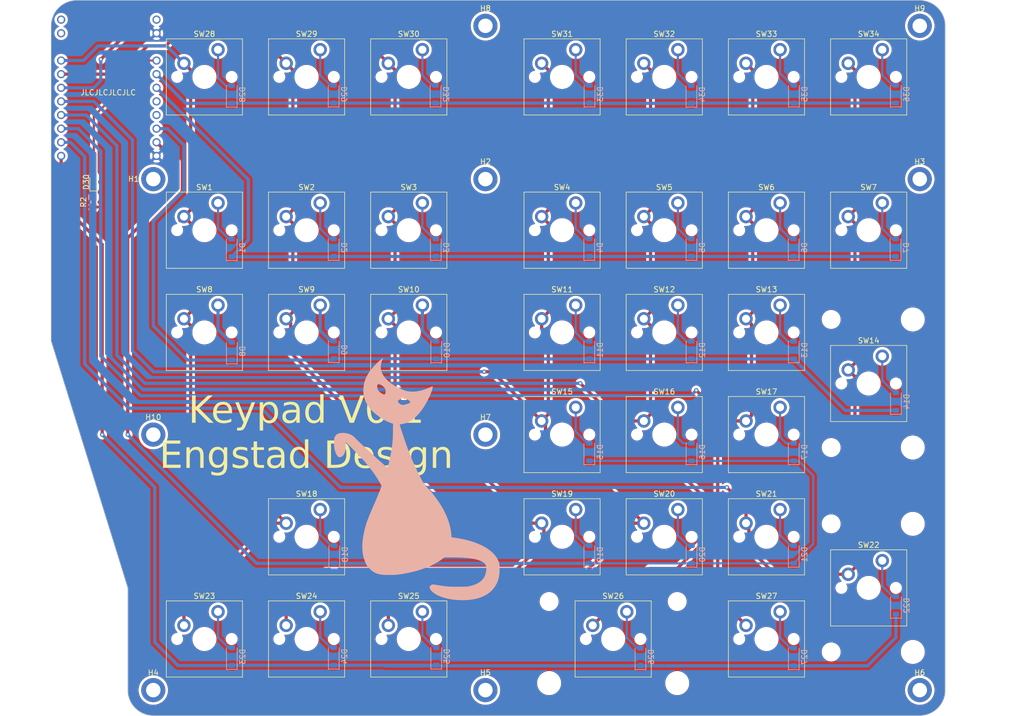
<source format=kicad_pcb>
(kicad_pcb (version 20221018) (generator pcbnew)
  (layers (0 "F.Cu" signal) (31 "B.Cu" signal) (34 "B.Paste" user) (35 "F.Paste" user) (36 "B.SilkS" user "B.Silkscreen") (37 "F.SilkS" user "F.Silkscreen") (38 "B.Mask" user) (39 "F.Mask" user) (44 "Edge.Cuts" user))
  (net 0 "")
  (net 1 "ROW0")
  (net 2 "Net-(D3-A)")
  (net 3 "Net-(D4-A)")
  (net 4 "ROW1")
  (net 5 "Net-(D5-A)")
  (net 6 "Net-(D6-A)")
  (net 7 "Net-(D7-A)")
  (net 8 "ROW2")
  (net 9 "Net-(D10-A)")
  (net 10 "Net-(D11-A)")
  (net 11 "Net-(D12-A)")
  (net 12 "ROW3")
  (net 13 "Net-(D13-A)")
  (net 14 "Net-(D14-A)")
  (net 15 "Net-(D15-A)")
  (net 16 "Net-(D17-A)")
  (net 17 "COL0")
  (net 18 "COL1")
  (net 19 "COL2")
  (net 20 "COL3")
  (net 21 "Net-(D16-A)")
  (net 22 "Net-(D18-A)")
  (net 23 "Net-(D19-A)")
  (net 24 "Net-(D20-A)")
  (net 25 "Net-(D21-A)")
  (net 26 "Net-(D22-A)")
  (net 27 "Net-(D23-A)")
  (net 28 "Net-(D24-A)")
  (net 29 "Net-(D25-A)")
  (net 30 "Net-(D26-A)")
  (net 31 "Net-(D27-A)")
  (net 32 "COL4")
  (net 33 "COL5")
  (net 34 "COL6")
  (net 35 "Net-(D28-A)")
  (net 40 "GND")
  (net 42 "+3V3")
  (net 43 "Net-(D29-A)")
  (net 44 "Net-(D30-K)")
  (net 45 "Net-(D8-A)")
  (net 46 "Net-(D9-A)")
  (net 47 "Net-(D2-A)")
  (net 48 "Net-(D1-A)")
  (net 49 "ROW4")
  (net 50 "Net-(D32-A)")
  (net 51 "Net-(D33-A)")
  (net 52 "Net-(D34-A)")
  (net 53 "Net-(D35-A)")
  (net 54 "Net-(D36-A)")
  (footprint "PCM_Switch_Keyboard_Cherry_MX:SW_Cherry_MX_PCB_1.00u" (layer "F.Cu") (at 161.9125 104.76)
    (fp_text reference "SW15")
    (fp_text value "~")
  )
  (footprint "PCM_Switch_Keyboard_Cherry_MX:SW_Cherry_MX_PCB_1.00u" (layer "F.Cu") (at 180.9625 38.085)
    (fp_text reference "SW32")
    (fp_text value "~")
  )
  (footprint "PCM_Switch_Keyboard_Cherry_MX:SW_Cherry_MX_PCB_1.00u" (layer "F.Cu") (at 180.9625 66.66)
    (fp_text reference "SW5")
    (fp_text value "~")
  )
  (footprint "PCM_Switch_Keyboard_Cherry_MX:SW_Cherry_MX_PCB_1.00u" (layer "F.Cu") (at 200.0125 142.86)
    (fp_text reference "SW27")
    (fp_text value "~")
  )
  (footprint "PCM_Switch_Keyboard_Cherry_MX:SW_Cherry_MX_PCB_1.00u" (layer "F.Cu") (at 95.2375 66.66)
    (fp_text reference "SW1")
    (fp_text value "~")
  )
  (footprint "MountingHole:MountingHole_2.7mm_M2.5_ISO7380_Pad" (layer "F.Cu") (at 85.7125 152.385)
    (fp_text reference "H4")
    (fp_text value "MountingHole")
  )
  (footprint "PCM_Switch_Keyboard_Cherry_MX:SW_Cherry_MX_PCB_1.00u" (layer "F.Cu") (at 95.2375 85.71)
    (fp_text reference "SW8")
    (fp_text value "~")
  )
  (footprint "MountingHole:MountingHole_2.7mm_M2.5_ISO7380_Pad" (layer "F.Cu") (at 228.5875 57.135)
    (fp_text reference "H3")
    (fp_text value "MountingHole")
  )
  (footprint "PCM_Switch_Keyboard_Cherry_MX:SW_Cherry_MX_PCB_1.00u" (layer "F.Cu") (at 161.9125 66.66)
    (fp_text reference "SW4")
    (fp_text value "~")
  )
  (footprint "PCM_Mounting_Keyboard_Stabilizer:Stabilizer_Cherry_MX_2.00u" (layer "F.Cu") (at 219.0625 133.335 90)
    (fp_text reference "ST2" hide)
    (fp_text value "Stabilizer")
  )
  (footprint "PCM_Switch_Keyboard_Cherry_MX:SW_Cherry_MX_PCB_1.00u" (layer "F.Cu") (at 133.3375 85.71)
    (fp_text reference "SW10")
    (fp_text value "~")
  )
  (footprint "MountingHole:MountingHole_2.7mm_M2.5_ISO7380_Pad" (layer "F.Cu") (at 228.5875 28.5625)
    (fp_text reference "H9")
    (fp_text value "MountingHole")
  )
  (footprint "MountingHole:MountingHole_2.7mm_M2.5_ISO7380_Pad" (layer "F.Cu") (at 228.5875 152.385)
    (fp_text reference "H6")
    (fp_text value "MountingHole")
  )
  (footprint "PCM_Switch_Keyboard_Cherry_MX:SW_Cherry_MX_PCB_1.00u" (layer "F.Cu") (at 180.9625 104.76)
    (fp_text reference "SW16")
    (fp_text value "~")
  )
  (footprint "MountingHole:MountingHole_2.7mm_M2.5_ISO7380_Pad" (layer "F.Cu") (at 85.7125 57.135)
    (fp_text reference "H1")
    (fp_text value "MountingHole")
  )
  (footprint "PCM_Switch_Keyboard_Cherry_MX:SW_Cherry_MX_PCB_1.00u" (layer "F.Cu") (at 161.9125 123.81)
    (fp_text reference "SW19")
    (fp_text value "~")
  )
  (footprint "MountingHole:MountingHole_2.7mm_M2.5_ISO7380_Pad" (layer "F.Cu") (at 147.625 104.7625)
    (fp_text reference "H7")
    (fp_text value "MountingHole")
  )
  (footprint "PCM_Mounting_Keyboard_Stabilizer:Stabilizer_Cherry_MX_2.00u" (layer "F.Cu") (at 171.4375 142.86)
    (fp_text reference "ST3" hide)
    (fp_text value "Stabilizer")
  )
  (footprint "PCM_Switch_Keyboard_Cherry_MX:SW_Cherry_MX_PCB_1.00u" (layer "F.Cu") (at 180.9625 85.71)
    (fp_text reference "SW12")
    (fp_text value "~")
  )
  (footprint "PCM_Switch_Keyboard_Cherry_MX:SW_Cherry_MX_PCB_1.00u" (layer "F.Cu") (at 133.3375 66.66)
    (fp_text reference "SW3")
    (fp_text value "~")
  )
  (footprint "LED_SMD:LED_0603_1608Metric_Pad1.05x0.95mm_HandSolder" (layer "F.Cu") (at 74.625 57.685 90)
    (fp_text reference "D30")
    (fp_text value "LED")
  )
  (footprint "PCM_Switch_Keyboard_Cherry_MX:SW_Cherry_MX_PCB_2.00u_90deg" (layer "F.Cu") (at 219.0625 95.235)
    (fp_text reference "SW14")
    (fp_text value "~")
  )
  (footprint "PCM_Switch_Keyboard_Cherry_MX:SW_Cherry_MX_PCB_1.00u" (layer "F.Cu") (at 114.2875 123.81)
    (fp_text reference "SW18")
    (fp_text value "~")
  )
  (footprint "PCM_Switch_Keyboard_Cherry_MX:SW_Cherry_MX_PCB_1.00u" (layer "F.Cu") (at 200.0125 66.66)
    (fp_text reference "SW6")
    (fp_text value "~")
  )
  (footprint "PCM_Switch_Keyboard_Cherry_MX:SW_Cherry_MX_PCB_1.00u" (layer "F.Cu") (at 114.2875 142.86)
    (fp_text reference "SW24")
    (fp_text value "~")
  )
  (footprint "PCM_Switch_Keyboard_Cherry_MX:SW_Cherry_MX_PCB_1.00u" (layer "F.Cu") (at 114.2875 66.66)
    (fp_text reference "SW2")
    (fp_text value "~")
  )
  (footprint "PCM_Switch_Keyboard_Cherry_MX:SW_Cherry_MX_PCB_1.00u" (layer "F.Cu") (at 114.2875 38.085)
    (fp_text reference "SW29")
    (fp_text value "~")
  )
  (footprint "PCM_Switch_Keyboard_Cherry_MX:SW_Cherry_MX_PCB_1.00u" (layer "F.Cu") (at 95.2375 142.86)
    (fp_text reference "SW23")
    (fp_text value "~")
  )
  (footprint "PCM_Switch_Keyboard_Cherry_MX:SW_Cherry_MX_PCB_1.00u" (layer "F.Cu") (at 200.0125 123.81)
    (fp_text reference "SW21")
    (fp_text value "~")
  )
  (footprint "PCM_Switch_Keyboard_Cherry_MX:SW_Cherry_MX_PCB_1.00u" (layer "F.Cu") (at 114.2875 85.71)
    (fp_text reference "SW9")
    (fp_text value "~")
  )
  (footprint "MountingHole:MountingHole_2.7mm_M2.5_ISO7380_Pad" (layer "F.Cu") (at 85.7125 104.7625)
    (fp_text reference "H10")
    (fp_text value "MountingHole")
  )
  (footprint "PCM_Switch_Keyboard_Cherry_MX:SW_Cherry_MX_PCB_1.00u" (layer "F.Cu") (at 200.0125 85.71)
    (fp_text reference "SW13")
    (fp_text value "~")
  )
  (footprint "PCM_Switch_Keyboard_Cherry_MX:SW_Cherry_MX_PCB_1.00u" (layer "F.Cu") (at 200.0125 104.76)
    (fp_text reference "SW17")
    (fp_text value "~")
  )
  (footprint "PCM_Switch_Keyboard_Cherry_MX:SW_Cherry_MX_PCB_2.00u" (layer "F.Cu") (at 171.4375 142.86)
    (fp_text reference "SW26")
    (fp_text value "~")
  )
  (footprint "MountingHole:MountingHole_2.7mm_M2.5_ISO7380_Pad" (layer "F.Cu") (at 147.625 57.135)
    (fp_text reference "H2")
    (fp_text value "MountingHole")
  )
  (footprint "MountingHole:MountingHole_2.7mm_M2.5_ISO7380_Pad" (layer "F.Cu") (at 147.625 28.5625)
    (fp_text reference "H8")
    (fp_text value "MountingHole")
  )
  (footprint "PCM_Switch_Keyboard_Cherry_MX:SW_Cherry_MX_PCB_2.00u_90deg" (layer "F.Cu") (at 219.0625 133.335)
    (fp_text reference "SW22")
    (fp_text value "~")
  )
  (footprint "PCM_Switch_Keyboard_Cherry_MX:SW_Cherry_MX_PCB_1.00u" (layer "F.Cu") (at 161.9125 85.71)
    (fp_text reference "SW11")
    (fp_text value "~")
  )
  (footprint "PCM_Switch_Keyboard_Cherry_MX:SW_Cherry_MX_PCB_1.00u" (layer "F.Cu") (at 219.0625 66.66)
    (fp_text reference "SW7")
    (fp_text value "~")
  )
  (footprint "PCM_Switch_Keyboard_Cherry_MX:SW_Cherry_MX_PCB_1.00u" (layer "F.Cu") (at 180.9625 123.81)
    (fp_text reference "SW20")
    (fp_text value "~")
  )
  (footprint "PCM_Switch_Keyboard_Cherry_MX:SW_Cherry_MX_PCB_1.00u" (layer "F.Cu") (at 200.0125 38.085)
    (fp_text reference "SW33")
    (fp_text value "~")
  )
  (footprint "PCM_Switch_Keyboard_Cherry_MX:SW_Cherry_MX_PCB_1.00u" (layer "F.Cu") (at 133.3375 38.085)
    (fp_text reference "SW30")
    (fp_text value "~")
  )
  (footprint "Engstad:STM32F042-Tiny" (layer "F.Cu") (at 77.425 40.11 -90)
    (fp_text reference "U1" hide)
    (fp_text value "STM32F042-Tiny-0.1" hide)
  )
  (footprint "Resistor_SMD:R_0603_1608Metric_Pad0.98x0.95mm_HandSolder" (layer "F.Cu") (at 74.6 61.43 -90)
    (fp_text reference "R2")
    (fp_text value "330" hide)
  )
  (footprint "MountingHole:MountingHole_2.7mm_M2.5_ISO7380_Pad" (layer "F.Cu") (at 147.625 152.385)
    (fp_text reference "H5")
    (fp_text value "MountingHole")
  )
  (footprint "PCM_Switch_Keyboard_Cherry_MX:SW_Cherry_MX_PCB_1.00u" (layer "F.Cu") (at 161.9125 38.085)
    (fp_text reference "SW31")
    (fp_text value "~")
  )
  (footprint "PCM_Switch_Keyboard_Cherry_MX:SW_Cherry_MX_PCB_1.00u" (layer "F.Cu") (at 133.3375 142.86)
    (fp_text reference "SW25")
    (fp_text value "~")
  )
  (footprint "PCM_Switch_Keyboard_Cherry_MX:SW_Cherry_MX_PCB_1.00u" (layer "F.Cu") (at 95.2375 38.085)
    (fp_text reference "SW28")
    (fp_text value "~")
  )
  (footprint "PCM_Mounting_Keyboard_Stabilizer:Stabilizer_Cherry_MX_2.00u" (layer "F.Cu") (at 219.0625 95.235 90)
    (fp_text reference "ST1" hide)
    (fp_text value "Stabilizer")
  )
  (footprint "PCM_Switch_Keyboard_Cherry_MX:SW_Cherry_MX_PCB_1.00u" (layer "F.Cu") (at 219.0625 38.085)
    (fp_text reference "SW34")
    (fp_text value "~")
  )
  (footprint "Diode_SMD:D_SOD-123" (layer "B.Cu") (at 186.025 69.91 90)
    (fp_text reference "D5")
    (fp_text value "~")
  )
  (footprint "Diode_SMD:D_SOD-123" (layer "B.Cu") (at 205.0925 146.21 90)
    (fp_text reference "D27")
    (fp_text value "~")
  )
  (footprint "Diode_SMD:D_SOD-123" (layer "B.Cu") (at 176.5175 146.21 90)
    (fp_text reference "D26")
    (fp_text value "~")
  )
  (footprint "Diode_SMD:D_SOD-123" (layer "B.Cu") (at 100.325 69.96 90)
    (fp_text reference "D1")
    (fp_text value "~")
  )
  (footprint "Diode_SMD:D_SOD-123" (layer "B.Cu") (at 100.35 89.21 90)
    (fp_text reference "D8")
    (fp_text value "~")
  )
  (footprint "Diode_SMD:D_SOD-123" (layer "B.Cu") (at 166.9925 108.01 90)
    (fp_text reference "D15")
    (fp_text value "~")
  )
  (footprint "Diode_SMD:D_SOD-123" (layer "B.Cu") (at 205.0925 89.01 90)
    (fp_text reference "D13")
    (fp_text value "~")
  )
  (footprint "Diode_SMD:D_SOD-123" (layer "B.Cu") (at 186.0425 89.01 90)
    (fp_text reference "D12")
    (fp_text value "~")
  )
  (footprint "Diode_SMD:D_SOD-123" (layer "B.Cu") (at 119.35 88.96 90)
    (fp_text reference "D9")
    (fp_text value "~")
  )
  (footprint "Diode_SMD:D_SOD-123" (layer "B.Cu") (at 119.325 69.91 90)
    (fp_text reference "D2")
    (fp_text value "~")
  )
  (footprint "Diode_SMD:D_SOD-123" (layer "B.Cu") (at 224.1425 136.61 90)
    (fp_text reference "D22")
    (fp_text value "~")
  )
  (footprint "Diode_SMD:D_SOD-123" (layer "B.Cu") (at 138.375 69.91 90)
    (fp_text reference "D3")
    (fp_text value "~")
  )
  (footprint "Diode_SMD:D_SOD-123" (layer "B.Cu") (at 166.9925 89.01 90)
    (fp_text reference "D11")
    (fp_text value "~")
  )
  (footprint "Diode_SMD:D_SOD-123" (layer "B.Cu") (at 119.325 41.31 90)
    (fp_text reference "D29")
    (fp_text value "~")
  )
  (footprint "Diode_SMD:D_SOD-123" (layer "B.Cu") (at 100.35 146.16 90)
    (fp_text reference "D23")
    (fp_text value "~")
  )
  (footprint "Diode_SMD:D_SOD-123" (layer "B.Cu") (at 100.325 41.36 90)
    (fp_text reference "D28")
    (fp_text value "~")
  )
  (footprint "Diode_SMD:D_SOD-123" (layer "B.Cu") (at 205.0925 127.11 90)
    (fp_text reference "D21")
    (fp_text value "~")
  )
  (footprint "Diode_SMD:D_SOD-123" (layer "B.Cu") (at 205.0925 108.01 90)
    (fp_text reference "D17")
    (fp_text value "~")
  )
  (footprint "Diode_SMD:D_SOD-123" (layer "B.Cu") (at 138.45 146.11 90)
    (fp_text reference "D25")
    (fp_text value "~")
  )
  (footprint "Diode_SMD:D_SOD-123" (layer "B.Cu") (at 186.025 41.36 90)
    (fp_text reference "D34")
    (fp_text value "~")
  )
  (footprint "Diode_SMD:D_SOD-123" (layer "B.Cu") (at 224.125 41.31 90)
    (fp_text reference "D36")
    (fp_text value "~")
  )
  (footprint "Diode_SMD:D_SOD-123" (layer "B.Cu") (at 205.075 69.91 90)
    (fp_text reference "D6")
    (fp_text value "~")
  )
  (footprint "Diode_SMD:D_SOD-123" (layer "B.Cu") (at 138.45 89.01 90)
    (fp_text reference "D10")
    (fp_text value "~")
  )
  (footprint "Diode_SMD:D_SOD-123" (layer "B.Cu") (at 224.1425 98.61 90)
    (fp_text reference "D14")
    (fp_text value "~")
  )
  (footprint "Diode_SMD:D_SOD-123" (layer "B.Cu") (at 186.0425 127.11 90)
    (fp_text reference "D20")
    (fp_text value "~")
  )
  (footprint "Diode_SMD:D_SOD-123" (layer "B.Cu") (at 205.125 41.31 90)
    (fp_text reference "D35")
    (fp_text value "~")
  )
  (footprint "Diode_SMD:D_SOD-123" (layer "B.Cu") (at 166.9925 127.11 90)
    (fp_text reference "D19")
    (fp_text value "~")
  )
  (footprint "Diode_SMD:D_SOD-123" (layer "B.Cu") (at 119.45 127.11 90)
    (fp_text reference "D18")
    (fp_text value "~")
  )
  (footprint "Diode_SMD:D_SOD-123" (layer "B.Cu") (at 138.325 41.31 90)
    (fp_text reference "D32")
    (fp_text value "~")
  )
  (footprint "Diode_SMD:D_SOD-123" (layer "B.Cu") (at 224.075 69.91 90)
    (fp_text reference "D7")
    (fp_text value "~")
  )
  (footprint "Diode_SMD:D_SOD-123" (layer "B.Cu") (at 119.35 146.11 90)
    (fp_text reference "D24")
    (fp_text value "~")
  )
  (footprint "Diode_SMD:D_SOD-123" (layer "B.Cu") (at 166.975 69.91 90)
    (fp_text reference "D4")
    (fp_text value "~")
  )
  (footprint "Diode_SMD:D_SOD-123" (layer "B.Cu") (at 167.025 41.31 90)
    (fp_text reference "D33")
    (fp_text value "~")
  )
  (footprint "Diode_SMD:D_SOD-123" (layer "B.Cu") (at 186.0425 108.01 90)
    (fp_text reference "D16")
    (fp_text value "~")
  )
  (gr_poly (pts (xy 128.575 90.4725) (xy 128.576373 90.473535) (xy 128.577349 90.475239) (xy 128.577934 90.477595) (xy 128.577965 90.484197) (xy 128.576528 90.493208) (xy 128.573686 90.504493) (xy 128.5695 90.517916) (xy 128.557346 90.550645) (xy 128.540561 90.590319) (xy 128.519643 90.635863) (xy 128.495086 90.686202) (xy 128.467387 90.740262) (xy 128.420097 90.836075) (xy 128.376134 90.932953) (xy 128.33552 91.030802) (xy 128.298275 91.12953) (xy 128.26442 91.229043) (xy 128.233976 91.329249) (xy 128.206963 91.430054) (xy 128.183402 91.531366) (xy 128.163313 91.633091) (xy 128.146718 91.735136) (xy 128.133637 91.837409) (xy 128.12409 91.939816) (xy 128.118099 92.042264) (xy 128.115684 92.144661) (xy 128.116866 92.246913) (xy 128.121665 92.348928) (xy 128.133644 92.47786) (xy 128.152343 92.606647) (xy 128.209666 92.863528) (xy 128.293159 93.119067) (xy 128.402344 93.372755) (xy 128.536748 93.624087) (xy 128.695894 93.872555) (xy 128.879307 94.117655) (xy 129.086513 94.358879) (xy 129.317034 94.59572) (xy 129.570397 94.827673) (xy 129.846125 95.054231) (xy 130.143744 95.274888) (xy 130.462777 95.489137) (xy 130.802749 95.696471) (xy 131.163185 95.896385) (xy 131.54361 96.088372) (xy 131.900591 96.256024) (xy 132.05947 96.327396) (xy 132.207384 96.391099) (xy 132.345913 96.447609) (xy 132.476639 96.497401) (xy 132.601143 96.540951) (xy 132.721006 96.578733) (xy 132.837811 96.611224) (xy 132.953137 96.638899) (xy 133.068567 96.662233) (xy 133.185681 96.681701) (xy 133.306062 96.69778) (xy 133.431289 96.710944) (xy 133.562945 96.721669) (xy 133.702611 96.730431) (xy 133.906466 96.738857) (xy 134.110744 96.740296) (xy 134.315705 96.734708) (xy 134.521607 96.722051) (xy 134.728707 96.702282) (xy 134.937264 96.675362) (xy 135.147537 96.641249) (xy 135.359784 96.599901) (xy 135.574264 96.551276) (xy 135.791234 96.495335) (xy 136.010954 96.432034) (xy 136.233681 96.361334) (xy 136.459674 96.283192) (xy 136.689192 96.197568) (xy 136.922492 96.104419) (xy 137.159833 96.003705) (xy 137.271854 95.954909) (xy 137.378665 95.909669) (xy 137.477705 95.868893) (xy 137.566409 95.833492) (xy 137.642215 95.804374) (xy 137.702559 95.782449) (xy 137.744878 95.768628) (xy 137.758477 95.76504) (xy 137.766609 95.763818) (xy 137.776372 95.765821) (xy 137.784517 95.771735) (xy 137.791081 95.781422) (xy 137.796099 95.794741) (xy 137.801646 95.831721) (xy 137.801446 95.881558) (xy 137.79579 95.943135) (xy 137.784965 96.015338) (xy 137.769262 96.097048) (xy 137.748971 96.187151) (xy 137.695779 96.388069) (xy 137.627704 96.609161) (xy 137.547061 96.841498) (xy 137.456166 97.07615) (xy 137.242355 97.573708) (xy 137.019314 98.0526) (xy 136.787571 98.512186) (xy 136.547653 98.951825) (xy 136.300086 99.370876) (xy 136.045399 99.768698) (xy 135.784118 100.144651) (xy 135.51677 100.498094) (xy 135.243882 100.828386) (xy 134.965981 101.134886) (xy 134.683596 101.416953) (xy 134.397251 101.673947) (xy 134.107476 101.905227) (xy 133.814796 102.110151) (xy 133.519739 102.28808) (xy 133.371484 102.366721) (xy 133.222832 102.438373) (xy 133.131962 102.479859) (xy 133.039594 102.519567) (xy 132.946213 102.557373) (xy 132.852305 102.593154) (xy 132.758356 102.626785) (xy 132.664851 102.658143) (xy 132.572276 102.687102) (xy 132.481117 102.71354) (xy 132.39186 102.737332) (xy 132.30499 102.758354) (xy 132.220993 102.776482) (xy 132.140356 102.791593) (xy 132.063563 102.803561) (xy 131.9911 102.812263) (xy 131.923454 102.817576) (xy 131.86111 102.819374) (xy 131.76575 102.817335) (xy 131.729273 102.821048) (xy 131.701478 102.833485) (xy 131.683274 102.85882) (xy 131.675571 102.90123) (xy 131.679278 102.964888) (xy 131.695304 103.053971) (xy 131.767955 103.325114) (xy 131.900798 103.748062) (xy 132.376166 105.182985) (xy 132.684102 106.091043) (xy 132.99022 106.956023) (xy 133.296668 107.783136) (xy 133.605597 108.577588) (xy 133.919155 109.344591) (xy 134.239494 110.089352) (xy 134.568762 110.81708) (xy 134.90911 111.532985) (xy 135.235016 112.196111) (xy 135.378508 112.482679) (xy 135.510817 112.742241) (xy 135.633287 112.97704) (xy 135.747261 113.189318) (xy 135.854083 113.381318) (xy 135.955097 113.555283) (xy 136.051646 113.713456) (xy 136.145073 113.85808) (xy 136.236723 113.991396) (xy 136.327939 114.115649) (xy 136.420064 114.23308) (xy 136.514442 114.345932) (xy 136.612417 114.456449) (xy 136.715332 114.566873) (xy 137.210291 115.105266) (xy 137.678925 115.648413) (xy 138.120874 116.195611) (xy 138.535775 116.746158) (xy 138.923268 117.299351) (xy 139.282989 117.854487) (xy 139.614578 118.410863) (xy 139.917672 118.967776) (xy 140.191911 119.524524) (xy 140.436931 120.080404) (xy 140.652372 120.634712) (xy 140.837872 121.186747) (xy 140.993069 121.735806) (xy 141.1176 122.281185) (xy 141.211106 122.822181) (xy 141.273222 123.358093) (xy 141.315556 123.894321) (xy 142.105776 124.007205) (xy 142.894816 124.140152) (xy 143.649978 124.295216) (xy 144.37029 124.47186) (xy 145.054779 124.669546) (xy 145.383286 124.776113) (xy 145.702474 124.887738) (xy 146.012221 125.004356) (xy 146.312404 125.125898) (xy 146.602904 125.252298) (xy 146.883598 125.383488) (xy 147.154365 125.519402) (xy 147.415083 125.659971) (xy 147.665632 125.80513) (xy 147.905889 125.95481) (xy 148.135733 126.108944) (xy 148.355043 126.267466) (xy 148.563698 126.430308) (xy 148.761575 126.597403) (xy 148.948554 126.768684) (xy 149.124512 126.944083) (xy 149.289329 127.123534) (xy 149.442884 127.306968) (xy 149.585054 127.49432) (xy 149.715718 127.685522) (xy 149.834755 127.880507) (xy 149.942043 128.079207) (xy 150.037461 128.281555) (xy 150.120888 128.487485) (xy 150.163718 128.608132) (xy 150.181722 128.667086) (xy 150.197618 128.726381) (xy 150.211529 128.786958) (xy 150.22358 128.849757) (xy 150.233894 128.915719) (xy 150.242597 128.985784) (xy 150.25566 129.141984) (xy 150.263763 129.325884) (xy 150.267896 129.545005) (xy 150.269054 129.806872) (xy 150.26647 130.049396) (xy 150.258636 130.282586) (xy 150.245427 130.507032) (xy 150.22672 130.723324) (xy 150.202391 130.932051) (xy 150.172315 131.133801) (xy 150.136369 131.329164) (xy 150.094429 131.518729) (xy 150.04637 131.703085) (xy 149.992068 131.882821) (xy 149.9314 132.058526) (xy 149.864241 132.230789) (xy 149.790468 132.4002) (xy 149.709957 132.567347) (xy 149.622582 132.73282) (xy 149.528221 132.897208) (xy 149.312781 133.225529) (xy 149.074034 133.533117) (xy 148.812157 133.819911) (xy 148.527325 134.085848) (xy 148.219714 134.330867) (xy 147.8895 134.554905) (xy 147.536859 134.7579) (xy 147.161965 134.939791) (xy 146.764995 135.100515) (xy 146.346125 135.24001) (xy 145.90553 135.358214) (xy 145.443386 135.455066) (xy 144.959868 135.530504) (xy 144.455153 135.584464) (xy 143.929416 135.616886) (xy 143.382832 135.627707) (xy 142.901523 135.618762) (xy 142.429547 135.594842) (xy 141.968298 135.556348) (xy 141.519173 135.503685) (xy 141.083567 135.437255) (xy 140.662874 135.357462) (xy 140.25849 135.264708) (xy 139.871811 135.159396) (xy 139.504232 135.041931) (xy 139.157147 134.912714) (xy 138.831952 134.772148) (xy 138.530043 134.620638) (xy 138.252815 134.458586) (xy 138.001662 134.286395) (xy 137.777981 134.104468) (xy 137.676878 134.009979) (xy 137.583167 133.913208) (xy 137.540213 133.865294) (xy 137.499988 133.818129) (xy 137.462492 133.771715) (xy 137.427724 133.726057) (xy 137.395684 133.681159) (xy 137.366373 133.637024) (xy 137.339791 133.593656) (xy 137.315937 133.55106) (xy 137.294811 133.509239) (xy 137.276414 133.468197) (xy 137.260746 133.427938) (xy 137.247806 133.388466) (xy 137.237595 133.349784) (xy 137.230112 133.311897) (xy 137.225358 133.274808) (xy 137.223332 133.238521) (xy 137.224035 133.203041) (xy 137.227466 133.168371) (xy 137.233626 133.134514) (xy 137.242514 133.101476) (xy 137.254131 133.069259) (xy 137.268476 133.037867) (xy 137.28555 133.007305) (xy 137.305353 132.977576) (xy 137.327884 132.948685) (xy 137.353143 132.920634) (xy 137.381131 132.893428) (xy 137.411847 132.867071) (xy 137.445292 132.841567) (xy 137.481466 132.816919) (xy 137.520368 132.793132) (xy 137.561998 132.770209) (xy 137.634428 132.735826) (xy 137.669279 132.722629) (xy 137.704873 132.712109) (xy 137.742453 132.704277) (xy 137.783256 132.699141) (xy 137.828525 132.696714) (xy 137.879499 132.697005) (xy 137.937418 132.700025) (xy 138.003522 132.705783) (xy 138.165249 132.725558) (xy 138.374601 132.756413) (xy 138.641499 132.798431) (xy 139.246692 132.897442) (xy 139.751096 132.974046) (xy 140.188195 133.030973) (xy 140.591478 133.07095) (xy 140.99443 133.096706) (xy 141.430538 133.110969) (xy 141.933287 133.116467) (xy 142.536165 133.11593) (xy 143.096875 133.115269) (xy 143.53596 133.111961) (xy 143.717566 133.108695) (xy 143.877975 133.104024) (xy 144.020256 133.097699) (xy 144.147478 133.089472) (xy 144.262711 133.079095) (xy 144.369025 133.066321) (xy 144.46949 133.0509) (xy 144.567174 133.032586) (xy 144.665147 133.01113) (xy 144.766479 132.986284) (xy 144.991499 132.92543) (xy 145.194994 132.867873) (xy 145.390138 132.806285) (xy 145.577014 132.740604) (xy 145.755704 132.670768) (xy 145.926291 132.596716) (xy 146.088858 132.518385) (xy 146.243488 132.435713) (xy 146.390263 132.348638) (xy 146.529266 132.257098) (xy 146.660579 132.161032) (xy 146.784286 132.060377) (xy 146.900468 131.955071) (xy 147.009209 131.845051) (xy 147.110591 131.730257) (xy 147.204697 131.610626) (xy 147.291609 131.486096) (xy 147.37921 131.344108) (xy 147.459276 131.191899) (xy 147.531549 131.031318) (xy 147.595771 130.864216) (xy 147.651683 130.692441) (xy 147.699027 130.517846) (xy 147.737545 130.342279) (xy 147.766978 130.16759) (xy 147.787068 129.99563) (xy 147.797557 129.828248) (xy 147.798185 129.667295) (xy 147.788696 129.514621) (xy 147.768829 129.372075) (xy 147.738328 129.241508) (xy 147.719008 129.181294) (xy 147.696933 129.124769) (xy 147.67207 129.072164) (xy 147.644386 129.023709) (xy 147.520718 128.854858) (xy 147.363791 128.697499) (xy 147.173254 128.551551) (xy 146.948755 128.41693) (xy 146.689942 128.293554) (xy 146.396465 128.18134) (xy 146.067972 128.080206) (xy 145.704112 127.990068) (xy 145.304532 127.910844) (xy 144.868883 127.842452) (xy 144.396812 127.784809) (xy 143.887968 127.737831) (xy 143.341999 127.701437) (xy 142.758555 127.675544) (xy 141.477834 127.654929) (xy 139.967944 127.654929) (xy 139.459943 128.035931) (xy 139.186349 128.232733) (xy 138.892756 128.425999) (xy 138.580167 128.615338) (xy 138.249585 128.800357) (xy 137.902011 128.980662) (xy 137.538448 129.155863) (xy 137.159899 129.325564) (xy 136.767367 129.489375) (xy 136.361853 129.646902) (xy 135.944361 129.797752) (xy 135.515893 129.941533) (xy 135.077451 130.077852) (xy 134.630039 130.206316) (xy 134.174658 130.326532) (xy 133.712311 130.438109) (xy 133.244 130.540652) (xy 132.724714 130.644433) (xy 132.252804 130.729279) (xy 131.814133 130.796761) (xy 131.394562 130.848452) (xy 130.979951 130.88592) (xy 130.556163 130.910738) (xy 130.109058 130.924477) (xy 129.624498 130.928708) (xy 129.28071 130.925798) (xy 128.96242 130.916678) (xy 128.667673 130.900756) (xy 128.394517 130.877445) (xy 128.140997 130.846155) (xy 127.905162 130.806296) (xy 127.685057 130.757281) (xy 127.580292 130.729156) (xy 127.478728 130.69852) (xy 127.38012 130.6653) (xy 127.284223 130.629423) (xy 127.190794 130.590815) (xy 127.099589 130.549402) (xy 127.010362 130.505111) (xy 126.922871 130.457867) (xy 126.83687 130.407598) (xy 126.752117 130.35423) (xy 126.585372 130.237901) (xy 126.420685 130.108291) (xy 126.2561 129.964811) (xy 126.089666 129.806872) (xy 125.953557 129.669592) (xy 125.891988 129.604373) (xy 125.834233 129.540746) (xy 125.779909 129.478193) (xy 125.728634 129.416199) (xy 125.680025 129.354246) (xy 125.633701 129.291817) (xy 125.589278 129.228396) (xy 125.546374 129.163467) (xy 125.504608 129.096511) (xy 125.463595 129.027014) (xy 125.422955 128.954457) (xy 125.382305 128.878324) (xy 125.299443 128.713263) (xy 125.172938 128.428798) (xy 125.060643 128.136167) (xy 124.962549 127.835145) (xy 124.878646 127.525503) (xy 124.808922 127.207014) (xy 124.753368 126.879451) (xy 124.711974 126.542586) (xy 124.684728 126.196192) (xy 124.671621 125.840041) (xy 124.672643 125.473907) (xy 124.687782 125.097561) (xy 124.717029 124.710777) (xy 124.760374 124.313326) (xy 124.817805 123.904983) (xy 124.889314 123.485518) (xy 124.974888 123.054706) (xy 125.094874 122.514694) (xy 125.227014 121.996924) (xy 125.378832 121.479981) (xy 125.557853 120.94245) (xy 125.771601 120.362916) (xy 126.027599 119.719965) (xy 126.333372 118.992181) (xy 126.696443 118.158151) (xy 126.977563 117.516206) (xy 127.278527 116.811422) (xy 127.563616 116.129128) (xy 127.79711 115.554651) (xy 128.269832 114.369318) (xy 128.044055 113.931872) (xy 127.794479 113.474447) (xy 127.502651 112.988412) (xy 127.171302 112.477574) (xy 126.803159 111.945734) (xy 126.400951 111.396696) (xy 125.967406 110.834263) (xy 125.505254 110.26224) (xy 125.017221 109.684428) (xy 124.644986 109.269597) (xy 124.158649 108.751) (xy 123.606827 108.177668) (xy 123.038138 107.59863) (xy 122.501199 107.062918) (xy 122.044628 106.619562) (xy 121.71704 106.317593) (xy 121.616809 106.23495) (xy 121.585242 106.213396) (xy 121.567055 106.206041) (xy 121.564431 106.206861) (xy 121.561853 106.209296) (xy 121.556857 106.218857) (xy 121.55211 106.234411) (xy 121.547652 106.25565) (xy 121.539769 106.313941) (xy 121.53354 106.391249) (xy 121.529296 106.485093) (xy 121.527367 106.592994) (xy 121.528083 106.712469) (xy 121.531777 106.84104) (xy 121.53573 107.030508) (xy 121.534298 107.210147) (xy 121.527389 107.380216) (xy 121.51491 107.540973) (xy 121.496766 107.692676) (xy 121.472866 107.835583) (xy 121.443116 107.969954) (xy 121.426018 108.034019) (xy 121.407423 108.096046) (xy 121.387318 108.156069) (xy 121.365694 108.214118) (xy 121.342537 108.270228) (xy 121.317836 108.324429) (xy 121.29158 108.376754) (xy 121.263757 108.427236) (xy 121.234355 108.475906) (xy 121.203363 108.522797) (xy 121.170768 108.567942) (xy 121.13656 108.611373) (xy 121.100727 108.653121) (xy 121.063257 108.69322) (xy 121.024139 108.731701) (xy 120.983361 108.768597) (xy 120.94091 108.80394) (xy 120.896777 108.837762) (xy 120.874025 108.854423) (xy 120.850778 108.87001) (xy 120.827076 108.884525) (xy 120.80296 108.897969) (xy 120.778472 108.910343) (xy 120.753654 108.921649) (xy 120.728546 108.931887) (xy 120.70319 108.94106) (xy 120.677627 108.949168) (xy 120.651899 108.956213) (xy 120.600113 108.967119) (xy 120.548161 108.973787) (xy 120.496374 108.976228) (xy 120.445084 108.974452) (xy 120.419728 108.971986) (xy 120.39462 108.968469) (xy 120.369801 108.963904) (xy 120.345314 108.958291) (xy 120.321198 108.951631) (xy 120.297496 108.943926) (xy 120.274248 108.935178) (xy 120.251497 108.925387) (xy 120.229283 108.914554) (xy 120.207647 108.902682) (xy 120.186632 108.889771) (xy 120.166279 108.875822) (xy 120.146628 108.860838) (xy 120.127721 108.844818) (xy 120.086337 108.803889) (xy 120.044364 108.755507) (xy 120.002039 108.70016) (xy 119.959601 108.638333) (xy 119.917286 108.570511) (xy 119.875334 108.497181) (xy 119.83398 108.418827) (xy 119.793464 108.335936) (xy 119.754023 108.248994) (xy 119.715895 108.158486) (xy 119.679316 108.064898) (xy 119.644526 107.968716) (xy 119.611761 107.870426) (xy 119.58126 107.770513) (xy 119.55326 107.669463) (xy 119.527999 107.567761) (xy 119.502953 107.449159) (xy 119.48076 107.31711) (xy 119.46146 107.173879) (xy 119.445096 107.021728) (xy 119.431709 106.862922) (xy 119.421339 106.699722) (xy 119.409818 106.3692) (xy 119.410866 106.048269) (xy 119.416206 105.897059) (xy 119.424812 105.755037) (xy 119.436725 105.624466) (xy 119.451986 105.50761) (xy 119.470638 105.406732) (xy 119.492721 105.324097) (xy 119.53342 105.214198) (xy 119.581508 105.111988) (xy 119.6371 105.017386) (xy 119.700309 104.930308) (xy 119.771249 104.850671) (xy 119.850033 104.778393) (xy 119.936775 104.713391) (xy 120.031589 104.655582) (xy 120.134589 104.604884) (xy 120.245888 104.561214) (xy 120.3656 104.52449) (xy 120.493838 104.494628) (xy 120.630717 104.471546) (xy 120.77635 104.455161) (xy 120.93085 104.445391) (xy 121.094332 104.442152) (xy 121.256501 104.446724) (xy 121.419673 104.460205) (xy 121.583031 104.482243) (xy 121.745758 104.512487) (xy 121.907039 104.550587) (xy 122.066056 104.596189) (xy 122.221993 104.648944) (xy 122.374033 104.708499) (xy 122.521361 104.774504) (xy 122.66316 104.846606) (xy 122.798612 104.924455) (xy 122.926902 105.007699) (xy 123.047214 105.095986) (xy 123.158729 105.188966) (xy 123.260634 105.286286) (xy 123.35211 105.387596) (xy 123.756564 105.807264) (xy 124.498858 106.522438) (xy 125.459764 107.423812) (xy 126.520054 108.402082) (xy 127.560501 109.34794) (xy 128.461876 110.15208) (xy 129.104951 110.705197) (xy 129.292367 110.853463) (xy 129.370499 110.897984) (xy 129.390971 110.869536) (xy 129.417531 110.807323) (xy 129.486144 110.593382) (xy 129.570797 110.279727) (xy 129.665951 109.889922) (xy 129.766065 109.44753) (xy 129.865601 108.976117) (xy 129.959019 108.499247) (xy 130.040778 108.040485) (xy 130.130295 107.497165) (xy 130.203937 106.9999) (xy 130.263027 106.533228) (xy 130.308888 106.081686) (xy 130.342843 105.629813) (xy 130.366214 105.162148) (xy 130.380326 104.663229) (xy 130.386499 104.117593) (xy 130.40061 102.734706) (xy 129.941998 102.579483) (xy 129.678792 102.480645) (xy 129.40896 102.364909) (xy 129.134312 102.233567) (xy 128.856656 102.08791) (xy 128.577802 101.929231) (xy 128.299557 101.758821) (xy 128.02373 101.577973) (xy 127.752131 101.387978) (xy 127.486568 101.190128) (xy 127.228849 100.985715) (xy 126.980783 100.776031) (xy 126.744179 100.562368) (xy 126.520845 100.346018) (xy 126.312591 100.128273) (xy 126.121225 99.910424) (xy 125.948555 99.693764) (xy 125.814267 99.507105) (xy 125.689167 99.320011) (xy 125.573183 99.132215) (xy 125.466242 98.943448) (xy 125.368272 98.75344) (xy 125.2792 98.561924) (xy 125.256991 98.508427) (xy 131.282555 98.508427) (xy 131.283285 98.513529) (xy 131.285421 98.520802) (xy 131.293579 98.54128) (xy 131.306368 98.568704) (xy 131.323125 98.601914) (xy 131.343189 98.639755) (xy 131.365899 98.681068) (xy 131.390594 98.724697) (xy 131.416611 98.769483) (xy 131.447046 98.815249) (xy 131.482495 98.859786) (xy 131.522511 98.902855) (xy 131.566651 98.944219) (xy 131.614471 98.983639) (xy 131.665526 99.020879) (xy 131.719371 99.055701) (xy 131.775562 99.087866) (xy 131.833655 99.117137) (xy 131.893205 99.143277) (xy 131.953768 99.166048) (xy 132.0149 99.185211) (xy 132.076155 99.20053) (xy 132.13709 99.211766) (xy 132.19726 99.218682) (xy 132.256221 99.22104) (xy 132.311174 99.218313) (xy 132.37702 99.210471) (xy 132.452085 99.198018) (xy 132.534695 99.181463) (xy 132.623175 99.161311) (xy 132.715852 99.138068) (xy 132.907096 99.084338) (xy 133.095033 99.024325) (xy 133.183575 98.993228) (xy 133.266268 98.962079) (xy 133.341437 98.931385) (xy 133.407407 98.901653) (xy 133.462504 98.873388) (xy 133.505054 98.847097) (xy 133.527382 98.829509) (xy 133.546754 98.813555) (xy 133.563191 98.798882) (xy 133.570315 98.791916) (xy 133.576713 98.785139) (xy 133.582388 98.778507) (xy 133.587341 98.771975) (xy 133.591577 98.765501) (xy 133.595096 98.759039) (xy 133.597903 98.752546) (xy 133.599999 98.745979) (xy 133.601387 98.739292) (xy 133.602069 98.732443) (xy 133.602049 98.725387) (xy 133.601329 98.71808) (xy 133.599911 98.710479) (xy 133.597798 98.702539) (xy 133.594992 98.694217) (xy 133.591497 98.685469) (xy 133.587314 98.67625) (xy 133.582446 98.666518) (xy 133.570668 98.645334) (xy 133.556181 98.621567) (xy 133.539007 98.594864) (xy 133.519167 98.564875) (xy 133.50581 98.545641) (xy 133.489704 98.525104) (xy 133.471077 98.503451) (xy 133.450155 98.480869) (xy 133.427165 98.457542) (xy 133.402337 98.433657) (xy 133.375895 98.4094) (xy 133.348069 98.384957) (xy 133.319086 98.360514) (xy 133.289172 98.336257) (xy 133.258555 98.312372) (xy 133.227463 98.289045) (xy 133.196123 98.266462) (xy 133.164762 98.244809) (xy 133.133608 98.224273) (xy 133.102889 98.205038) (xy 133.034267 98.167168) (xy 132.966008 98.132926) (xy 132.898141 98.102301) (xy 132.830698 98.075283) (xy 132.76371 98.051861) (xy 132.697207 98.032026) (xy 132.631222 98.015767) (xy 132.565784 98.003074) (xy 132.500925 97.993936) (xy 132.436675 97.988343) (xy 132.373067 97.986284) (xy 132.31013 97.98775) (xy 132.247896 97.99273) (xy 132.186396 98.001213) (xy 132.125661 98.01319) (xy 132.065721 98.02865) (xy 132.017393 98.045976) (xy 131.963195 98.068366) (xy 131.904367 98.095096) (xy 131.842148 98.125444) (xy 131.77778 98.158686) (xy 131.712502 98.194098) (xy 131.647555 98.230957) (xy 131.584179 98.26854) (xy 131.523615 98.306122) (xy 131.467101 98.342981) (xy 131.41588 98.378393) (xy 131.37119 98.411635) (xy 131.334272 98.441982) (xy 131.306367 98.468712) (xy 131.296182 98.480495) (xy 131.288715 98.491102) (xy 131.284121 98.500442) (xy 131.282555 98.508427) (xy 125.256991 98.508427) (xy 125.198955 98.36863) (xy 125.127465 98.173289) (xy 125.064655 97.975634) (xy 125.010455 97.775394) (xy 124.964792 97.572303) (xy 124.927594 97.36609) (xy 124.898787 97.156487) (xy 124.878301 96.943225) (xy 124.866062 96.726036) (xy 124.861999 96.504652) (xy 124.865985 96.285003) (xy 124.878012 96.067731) (xy 124.897191 95.863147) (xy 127.442789 95.863147) (xy 127.445356 95.923765) (xy 127.451543 95.984437) (xy 127.461311 96.045079) (xy 127.474621 96.105613) (xy 127.491436 96.165954) (xy 127.511715 96.226024) (xy 127.53542 96.285739) (xy 127.562513 96.345019) (xy 127.592954 96.403782) (xy 127.626705 96.461947) (xy 127.663728 96.519432) (xy 127.703982 96.576157) (xy 127.747431 96.632039) (xy 127.794034 96.686997) (xy 127.843753 96.740951) (xy 127.89655 96.793817) (xy 127.952385 96.845516) (xy 128.01122 96.895966) (xy 128.073016 96.945085) (xy 128.137734 96.992792) (xy 128.205336 97.039005) (xy 128.275782 97.083644) (xy 128.349035 97.126626) (xy 128.425055 97.167871) (xy 128.491535 97.202503) (xy 128.55109 97.232268) (xy 128.604238 97.257092) (xy 128.62857 97.267629) (xy 128.651494 97.276903) (xy 128.673075 97.284907) (xy 128.693376 97.291629) (xy 128.712463 97.297063) (xy 128.730401 97.301198) (xy 128.747253 97.304026) (xy 128.763084 97.305537) (xy 128.77796 97.305723) (xy 128.791944 97.304574) (xy 128.805101 97.302082) (xy 128.817496 97.298237) (xy 128.829194 97.29303) (xy 128.840258 97.286453) (xy 128.850754 97.278496) (xy 128.860746 97.26915) (xy 128.870299 97.258406) (xy 128.879477 97.246255) (xy 128.888345 97.232688) (xy 128.896968 97.217697) (xy 128.90541 97.201271) (xy 128.913735 97.183402) (xy 128.922009 97.164082) (xy 128.930296 97.1433) (xy 128.947167 97.097316) (xy 128.967465 97.03483) (xy 128.984708 96.973051) (xy 128.998896 96.911986) (xy 129.010032 96.851639) (xy 129.01812 96.792016) (xy 129.023161 96.733121) (xy 129.025159 96.67496) (xy 129.024116 96.617538) (xy 129.020034 96.56086) (xy 129.012916 96.504932) (xy 129.002764 96.449758) (xy 128.989582 96.395343) (xy 128.973371 96.341694) (xy 128.954135 96.288814) (xy 128.931876 96.236709) (xy 128.906596 96.185385) (xy 128.878299 96.134847) (xy 128.846986 96.085099) (xy 128.81266 96.036146) (xy 128.775324 95.987995) (xy 128.734981 95.94065) (xy 128.691633 95.894116) (xy 128.645282 95.848399) (xy 128.595931 95.803503) (xy 128.543583 95.759434) (xy 128.488241 95.716198) (xy 128.429907 95.673798) (xy 128.368583 95.632241) (xy 128.304272 95.591531) (xy 128.236976 95.551673) (xy 128.093443 95.474538) (xy 127.935837 95.39566) (xy 127.872449 95.364344) (xy 127.818166 95.338279) (xy 127.794165 95.327177) (xy 127.77211 95.31734) (xy 127.751893 95.308754) (xy 127.733403 95.301403) (xy 127.71653 95.295272) (xy 127.701166 95.290345) (xy 127.687198 95.286606) (xy 127.674519 95.28404) (xy 127.663019 95.282632) (xy 127.652586 95.282366) (xy 127.643112 95.283227) (xy 127.638701 95.284075) (xy 127.634487 95.285198) (xy 127.630459 95.286596) (xy 127.626601 95.288265) (xy 127.619344 95.292413) (xy 127.612607 95.297624) (xy 127.606279 95.303885) (xy 127.600251 95.311179) (xy 127.594412 95.319491) (xy 127.588654 95.328806) (xy 127.582866 95.339108) (xy 127.570762 95.36261) (xy 127.557221 95.389875) (xy 127.529433 95.447139) (xy 127.505575 95.505108) (xy 127.485609 95.563699) (xy 127.469495 95.622832) (xy 127.457195 95.682424) (xy 127.448669 95.742395) (xy 127.44388 95.802663) (xy 127.442789 95.863147) (xy 124.897191 95.863147) (xy 124.898183 95.852567) (xy 124.926601 95.639243) (xy 124.963371 95.427491) (xy 125.008595 95.21704) (xy 125.062376 95.007623) (xy 125.124818 94.798971) (xy 125.196025 94.590815) (xy 125.276099 94.382886) (xy 125.365145 94.174916) (xy 125.463265 93.966635) (xy 125.570562 93.757776) (xy 125.687141 93.54807) (xy 125.813104 93.337247) (xy 125.948555 93.125039) (xy 126.039237 92.991297) (xy 126.14352 92.84786) (xy 126.259792 92.696445) (xy 126.38644 92.538766) (xy 126.521853 92.37654) (xy 126.664418 92.211482) (xy 126.964555 91.879733) (xy 127.273952 91.557245) (xy 127.428092 91.403762) (xy 127.579711 91.257742) (xy 127.727196 91.120899) (xy 127.868934 90.99495) (xy 128.003313 90.881609) (xy 128.128722 90.782593) (xy 128.294417 90.662651) (xy 128.367963 90.609955) (xy 128.432992 90.563873) (xy 128.487769 90.52573) (xy 128.530557 90.496846) (xy 128.546913 90.48629) (xy 128.55962 90.478546) (xy 128.568462 90.473778) (xy 128.571365 90.472561) (xy 128.573221 90.472151)) (fill solid) (layer "B.SilkS"))
  (gr_line (start 80.95 152.385) (end 80.95 133.335) (stroke (width 0.1)) (layer "Edge.Cuts"))
  (gr_line (start 228.5875 157.1475) (end 85.7125 157.15) (stroke (width 0.1)) (layer "Edge.Cuts"))
  (gr_line (start 66.6625 87.31) (end 80.95 133.335) (stroke (width 0.1)) (layer "Edge.Cuts"))
  (gr_line (start 233.35 28.56) (end 233.35 152.385) (stroke (width 0.1)) (layer "Edge.Cuts"))
  (gr_arc (start 233.35 152.385) (mid 231.955096 155.752596) (end 228.5875 157.1475) (stroke (width 0.1)) (layer "Edge.Cuts"))
  (gr_line (start 228.5875 23.7975) (end 71.425 23.7975) (stroke (width 0.1)) (layer "Edge.Cuts"))
  (gr_line (start 66.6625 87.31) (end 66.662501 28.56) (stroke (width 0.1)) (layer "Edge.Cuts"))
  (gr_arc (start 66.662501 28.56) (mid 68.057405 25.192405) (end 71.425 23.797501) (stroke (width 0.1)) (layer "Edge.Cuts"))
  (gr_arc (start 85.7125 157.1475) (mid 82.344904 155.752596) (end 80.95 152.385) (stroke (width 0.1)) (layer "Edge.Cuts"))
  (gr_arc (start 228.5875 23.7975) (mid 231.955096 25.192404) (end 233.35 28.56) (stroke (width 0.1)) (layer "Edge.Cuts"))
  (gr_text "Keypad V0.1\nEngstad Design" (at 114.225 111.81) (layer "F.SilkS") (effects (font (size 5 5) (thickness 0.3)) (justify bottom)))
  (gr_text "JLCJLCJLCJLC\n" (at 72.06 41.58) (layer "F.SilkS") (effects (font (size 1 1)) (justify left bottom)))
  (segment (start 100.4 71.61) (end 100.35 71.56) (width 0.6) (layer "B.Cu") (net 1))
  (segment (start 138.35 71.56) (end 119.4 71.56) (width 0.6) (layer "B.Cu") (net 1))
  (segment (start 100.325 71.61) (end 103.425 68.51) (width 0.6) (layer "B.Cu") (net 1))
  (segment (start 138.35 71.56) (end 166.9925 71.56) (width 0.6) (layer "B.Cu") (net 1))
  (segment (start 119.4 71.56) (end 119.35 71.61) (width 0.6) (layer "B.Cu") (net 1))
  (segment (start 186.0425 71.56) (end 166.9925 71.56) (width 0.6) (layer "B.Cu") (net 1))
  (segment (start 103.425 68.51) (end 103.425 57.22) (width 0.6) (layer "B.Cu") (net 1))
  (segment (start 205.0925 71.56) (end 186.0425 71.56) (width 0.6) (layer "B.Cu") (net 1))
  (segment (start 224.1425 71.56) (end 205.0925 71.56) (width 0.6) (layer "B.Cu") (net 1))
  (segment (start 103.425 57.22) (end 86.315 40.11) (width 0.6) (layer "B.Cu") (net 1))
  (segment (start 119.35 71.61) (end 100.4 71.61) (width 0.6) (layer "B.Cu") (net 1))
  (segment (start 138.002246 68.26) (end 135.8775 66.135254) (width 0.4) (layer "B.Cu") (net 2))
  (segment (start 135.8775 66.135254) (end 135.8775 61.58) (width 0.4) (layer "B.Cu") (net 2))
  (segment (start 138.35 68.26) (end 138.002246 68.26) (width 0.4) (layer "B.Cu") (net 2))
  (segment (start 166.975 68.26) (end 166.375 68.26) (width 0.4) (layer "B.Cu") (net 3))
  (segment (start 164.4525 66.3375) (end 164.4525 61.58) (width 0.4) (layer "B.Cu") (net 3))
  (segment (start 166.375 68.26) (end 164.4525 66.3375) (width 0.4) (layer "B.Cu") (net 3))
  (segment (start 119.1 90.86) (end 119.35 90.61) (width 0.6) (layer "B.Cu") (net 4))
  (segment (start 119.35 90.61) (end 138.4 90.61) (width 0.6) (layer "B.Cu") (net 4))
  (segment (start 138.4 90.61) (end 138.45 90.66) (width 0.6) (layer "B.Cu") (net 4))
  (segment (start 100.35 90.86) (end 92.075 90.86) (width 0.6) (layer "B.Cu") (net 4))
  (segment (start 214.6925 100.26) (end 205.0925 90.66) (width 0.6) (layer "B.Cu") (net 4))
  (segment (start 88.345 47.73) (end 86.315 47.73) (width 0.6) (layer "B.Cu") (net 4))
  (segment (start 186.0425 90.66) (end 166.9925 90.66) (width 0.6) (layer "B.Cu") (net 4))
  (segment (start 100.35 90.86) (end 119.1 90.86) (width 0.6) (layer "B.Cu") (net 4))
  (segment (start 166.7225 90.66) (end 166.9925 90.39) (width 0.4) (layer "B.Cu") (net 4))
  (segment (start 91.425 59.31) (end 91.425 50.81) (width 0.6) (layer "B.Cu") (net 4))
  (segment (start 92.075 90.86) (end 85.725 84.51) (width 0.6) (layer "B.Cu") (net 4))
  (segment (start 138.45 90.66) (end 166.9925 90.66) (width 0.6) (layer "B.Cu") (net 4))
  (segment (start 186.0425 90.66) (end 205.0925 90.66) (width 0.6) (layer "B.Cu") (net 4))
  (segment (start 85.725 84.51) (end 85.725 65.01) (width 0.6) (layer "B.Cu") (net 4))
  (segment (start 91.425 50.81) (end 88.345 47.73) (width 0.6) (layer "B.Cu") (net 4))
  (segment (start 85.725 65.01) (end 91.425 59.31) (width 0.6) (layer "B.Cu") (net 4))
  (segment (start 224.1425 100.26) (end 214.6925 100.26) (width 0.6) (layer "B.Cu") (net 4))
  (segment (start 186.025 68.26) (end 185.425 68.26) (width 0.4) (layer "B.Cu") (net 5))
  (segment (start 183.5025 66.3375) (end 183.5025 61.58) (width 0.4) (layer "B.Cu") (net 5))
  (segment (start 185.425 68.26) (end 183.5025 66.3375) (width 0.4) (layer "B.Cu") (net 5))
  (segment (start 202.5525 66.3375) (end 202.5525 61.58) (width 0.4) (layer "B.Cu") (net 6))
  (segment (start 204.475 68.26) (end 202.5525 66.3375) (width 0.4) (layer "B.Cu") (net 6))
  (segment (start 205.075 68.26) (end 204.475 68.26) (width 0.4) (layer "B.Cu") (net 6))
  (segment (start 223.475 68.26) (end 221.6025 66.3875) (width 0.4) (layer "B.Cu") (net 7))
  (segment (start 224.075 68.26) (end 223.475 68.26) (width 0.4) (layer "B.Cu") (net 7))
  (segment (start 221.6025 66.3875) (end 221.6025 61.58) (width 0.4) (layer "B.Cu") (net 7))
  (segment (start 80.95 68.085) (end 80.95 104.7625) (width 0.6) (layer "F.Cu") (net 8))
  (segment (start 90.025 59.01) (end 80.95 68.085) (width 0.6) (layer "F.Cu") (net 8))
  (segment (start 90.025 53.98) (end 90.025 59.01) (width 0.6) (layer "F.Cu") (net 8))
  (segment (start 86.315 50.27) (end 90.025 53.98) (width 0.6) (layer "F.Cu") (net 8))
  (via (at 80.95 104.7625) (size 0.8) (drill 0.4) (layers "F.Cu" "B.Cu") (net 8))
  (segment (start 208.725 125.1275) (end 208.725 112.41) (width 0.4) (layer "B.Cu") (net 8))
  (segment (start 166.7225 128.76) (end 166.9925 128.49) (width 0.4) (layer "B.Cu") (net 8))
  (segment (start 205.0925 109.66) (end 186.0425 109.66) (width 0.4) (layer "B.Cu") (net 8))
  (segment (start 104.9475 128.76) (end 80.95 104.7625) (width 0.6) (layer "B.Cu") (net 8))
  (segment (start 205.0925 128.76) (end 208.725 125.1275) (width 0.4) (layer "B.Cu") (net 8))
  (segment (start 205.0925 128.76) (end 186.0425 128.76) (width 0.4) (layer "B.Cu") (net 8))
  (segment (start 119.45 128.76) (end 166.9925 128.76) (width 0.6) (layer "B.Cu") (net 8))
  (segment (start 119.45 128.76) (end 104.9475 128.76) (width 0.6) (layer "B.Cu") (net 8))
  (segment (start 186.0425 128.76) (end 166.9925 128.76) (width 0.4) (layer "B.Cu") (net 8))
  (segment (start 208.725 112.41) (end 205.975 109.66) (width 0.4) (layer "B.Cu") (net 8))
  (segment (start 186.0425 109.66) (end 166.9925 109.66) (width 0.4) (layer "B.Cu") (net 8))
  (segment (start 205.975 109.66) (end 205.0925 109.66) (width 0.4) (layer "B.Cu") (net 8))
  (segment (start 137.85 87.36) (end 135.8775 85.3875) (width 0.6) (layer "B.Cu") (net 9))
  (segment (start 135.8775 85.3875) (end 135.8775 80.63) (width 0.6) (layer "B.Cu") (net 9))
  (segment (start 138.45 87.36) (end 137.85 87.36) (width 0.6) (layer "B.Cu") (net 9))
  (segment (start 164.4525 85.7375) (end 164.4525 80.63) (width 0.4) (layer "B.Cu") (net 10))
  (segment (start 166.9925 87.36) (end 166.075 87.36) (width 0.4) (layer "B.Cu") (net 10))
  (segment (start 166.075 87.36) (end 164.4525 85.7375) (width 0.4) (layer "B.Cu") (net 10))
  (segment (start 186.0425 87.36) (end 185.075 87.36) (width 0.4) (layer "B.Cu") (net 11))
  (segment (start 183.5025 85.7875) (end 183.5025 80.63) (width 0.4) (layer "B.Cu") (net 11))
  (segment (start 185.075 87.36) (end 183.5025 85.7875) (width 0.4) (layer "B.Cu") (net 11))
  (segment (start 68.535 61.67) (end 76.1875 69.3225) (width 0.6) (layer "F.Cu") (net 12))
  (segment (start 68.535 52.81) (end 68.535 61.67) (width 0.6) (layer "F.Cu") (net 12))
  (segment (start 76.1875 69.3225) (end 76.1875 104.7625) (width 0.6) (layer "F.Cu") (net 12))
  (via (at 76.1875 104.7625) (size 0.8) (drill 0.4) (layers "F.Cu" "B.Cu") (net 12))
  (segment (start 86 114.575) (end 76.1875 104.7625) (width 0.6) (layer "B.Cu") (net 12))
  (segment (start 218.875 147.86) (end 205.0925 147.86) (width 0.6) (layer "B.Cu") (net 12))
  (segment (start 224.1425 142.5925) (end 218.875 147.86) (width 0.6) (layer "B.Cu") (net 12))
  (segment (start 205.0925 147.86) (end 176.5175 147.86) (width 0.6) (layer "B.Cu") (net 12))
  (segment (start 100.4 147.76) (end 100.35 147.81) (width 0.6) (layer "B.Cu") (net 12))
  (segment (start 90.325 147.81) (end 86 143.485) (width 0.6) (layer "B.Cu") (net 12))
  (segment (start 100.35 147.81) (end 90.325 147.81) (width 0.6) (layer "B.Cu") (net 12))
  (segment (start 138.45 147.76) (end 119.35 147.76) (width 0.6) (layer "B.Cu") (net 12))
  (segment (start 86 143.485) (end 86 114.575) (width 0.6) (layer "B.Cu") (net 12))
  (segment (start 176.2975 147.76) (end 176.5175 147.54) (width 0.6) (layer "B.Cu") (net 12))
  (segment (start 176.5175 147.86) (end 129.025 147.86) (width 0.6) (layer "B.Cu") (net 12))
  (segment (start 138.67 147.54) (end 138.45 147.76) (width 0.6) (layer "B.Cu") (net 12))
  (segment (start 138.55 147.86) (end 138.45 147.76) (width 0.6) (layer "B.Cu") (net 12))
  (segment (start 224.1425 138.26) (end 224.1425 142.5925) (width 0.6) (layer "B.Cu") (net 12))
  (segment (start 119.35 147.76) (end 100.4 147.76) (width 0.6) (layer "B.Cu") (net 12))
  (segment (start 203.975 87.36) (end 202.5525 85.9375) (width 0.4) (layer "B.Cu") (net 13))
  (segment (start 205.0925 87.36) (end 203.975 87.36) (width 0.4) (layer "B.Cu") (net 13))
  (segment (start 202.5525 85.9375) (end 202.5525 80.63) (width 0.4) (layer "B.Cu") (net 13))
  (segment (start 224.1425 96.96) (end 223.8875 96.96) (width 0.4) (layer "B.Cu") (net 14))
  (segment (start 221.6025 94.675) (end 221.6025 90.155) (width 0.4) (layer "B.Cu") (net 14))
  (segment (start 223.8875 96.96) (end 221.6025 94.675) (width 0.4) (layer "B.Cu") (net 14))
  (segment (start 166.9925 106.36) (end 166.6125 106.36) (width 0.4) (layer "B.Cu") (net 15))
  (segment (start 166.6125 106.36) (end 164.4525 104.2) (width 0.4) (layer "B.Cu") (net 15))
  (segment (start 164.4525 104.2) (end 164.4525 99.68) (width 0.4) (layer "B.Cu") (net 15))
  (segment (start 202.5525 105.2375) (end 202.5525 99.68) (width 0.4) (layer "B.Cu") (net 16))
  (segment (start 203.675 106.36) (end 202.5525 105.2375) (width 0.4) (layer "B.Cu") (net 16))
  (segment (start 205.0925 106.36) (end 203.675 106.36) (width 0.4) (layer "B.Cu") (net 16))
  (segment (start 91.4275 137.7075) (end 91.4275 140.32) (width 0.6) (layer "F.Cu") (net 17))
  (segment (start 92.677499 84.419999) (end 92.677499 103.469999) (width 0.6) (layer "F.Cu") (net 17))
  (segment (start 90.6655 64.882) (end 91.4275 64.12) (width 0.6) (layer "F.Cu") (net 17))
  (segment (start 91.4275 64.12) (end 92.677499 65.369999) (width 0.6) (layer "F.Cu") (net 17))
  (segment (start 92.677499 65.369999) (end 92.677499 81.920001) (width 0.6) (layer "F.Cu") (net 17))
  (segment (start 91.4275 83.17) (end 92.677499 84.419999) (width 0.6) (layer "F.Cu") (net 17))
  (segment (start 92.677499 62.870001) (end 92.677499 36.794999) (width 0.6) (layer "F.Cu") (net 17))
  (segment (start 91.4275 64.12) (end 92.677499 62.870001) (width 0.6) (layer "F.Cu") (net 17))
  (segment (start 107.865 121.27) (end 91.4275 137.7075) (width 0.6) (layer "F.Cu") (net 17))
  (segment (start 92.677499 36.794999) (end 91.4275 35.545) (width 0.6) (layer "F.Cu") (net 17))
  (segment (start 110.4775 121.27) (end 107.865 121.27) (width 0.6) (layer "F.Cu") (net 17))
  (segment (start 92.677499 81.920001) (end 91.4275 83.17) (width 0.6) (layer "F.Cu") (net 17))
  (segment (start 92.677499 103.469999) (end 110.4775 121.27) (width 0.6) (layer "F.Cu") (net 17))
  (segment (start 75.425 32.31) (end 88.1925 32.31) (width 0.6) (layer "B.Cu") (net 17))
  (segment (start 68.535 35.03) (end 72.705 35.03) (width 0.6) (layer "B.Cu") (net 17))
  (segment (start 88.1925 32.31) (end 91.4275 35.545) (width 0.6) (layer "B.Cu") (net 17))
  (segment (start 72.705 35.03) (end 75.425 32.31) (width 0.6) (layer "B.Cu") (net 17))
  (segment (start 111.325 89.485) (end 143.11 121.27) (width 0.6) (layer "F.Cu") (net 18))
  (segment (start 111.727499 36.794999) (end 110.4775 35.545) (width 0.6) (layer "F.Cu") (net 18))
  (segment (start 111.727499 81.920001) (end 110.4775 83.17) (width 0.6) (layer "F.Cu") (net 18))
  (segment (start 110.4775 137.6375) (end 110.4775 140.32) (width 0.6) (layer "F.Cu") (net 18))
  (segment (start 111.727499 65.369999) (end 111.727499 81.920001) (width 0.6) (layer "F.Cu") (net 18))
  (segment (start 110.45 137.61) (end 110.4775 137.6375) (width 0.6) (layer "F.Cu") (net 18))
  (segment (start 117.85 130.21) (end 110.45 137.61) (width 0.6) (layer "F.Cu") (net 18))
  (segment (start 110.4775 35.545) (end 104.8425 29.91) (width 0.6) (layer "F.Cu") (net 18))
  (segment (start 158.525 121.6925) (end 158.525 124.81) (width 0.6) (layer "F.Cu") (net 18))
  (segment (start 110.4775 83.17) (end 111.325 84.0175) (width 0.6) (layer "F.Cu") (net 18))
  (segment (start 143.11 121.27) (end 158.1025 121.27) (width 0.6) (layer "F.Cu") (net 18))
  (segment (start 111.727499 62.870001) (end 111.727499 36.794999) (width 0.6) (layer "F.Cu") (net 18))
  (segment (start 79.358503 37.57) (end 68.535 37.57) (width 0.6) (layer "F.Cu") (net 18))
  (segment (start 104.8425 29.91) (end 90.425 29.91) (width 0.6) (layer "F.Cu") (net 18))
  (segment (start 110.4775 64.12) (end 111.727499 65.369999) (width 0.6) (layer "F.Cu") (net 18))
  (segment (start 90.425 29.91) (end 88.025 32.31) (width 0.6) (layer "F.Cu") (net 18))
  (segment (start 158.525 124.81) (end 153.125 130.21) (width 0.6) (layer "F.Cu") (net 18))
  (segment (start 110.4775 64.12) (end 111.727499 62.870001) (width 0.6) (layer "F.Cu") (net 18))
  (segment (start 84.618503 32.31) (end 79.358503 37.57) (width 0.6) (layer "F.Cu") (net 18))
  (segment (start 158.1025 121.27) (end 158.525 121.6925) (width 0.6) (layer "F.Cu") (net 18))
  (segment (start 111.325 84.0175) (end 111.325 89.485) (width 0.6) (layer "F.Cu") (net 18))
  (segment (start 153.125 130.21) (end 117.85 130.21) (width 0.6) (layer "F.Cu") (net 18))
  (segment (start 88.025 32.31) (end 84.618503 32.31) (width 0.6) (layer "F.Cu") (net 18))
  (segment (start 129.5275 64.12) (end 130.777499 62.870001) (width 0.6) (layer "F.Cu") (net 19))
  (segment (start 130.777499 36.794999) (end 129.5275 35.545) (width 0.6) (layer "F.Cu") (net 19))
  (segment (start 164.044734 132.61) (end 175.384734 121.27) (width 0.6) (layer "F.Cu") (net 19))
  (segment (start 130.777499 65.369999) (end 130.777499 81.920001) (width 0.6) (layer "F.Cu") (net 19))
  (segment (start 130.777499 62.870001) (end 130.777499 36.794999) (width 0.6) (layer "F.Cu") (net 19))
  (segment (start 129.5275 140.32) (end 129.5275 138.3075) (width 0.6) (layer "F.Cu") (net 19))
  (segment (start 85.425 25.31) (end 75.925 34.81) (width 0.6) (layer "F.Cu") (net 19))
  (segment (start 133.325 134.51) (end 154.625 134.51) (width 0.6) (layer "F.Cu") (net 19))
  (segment (start 130.777499 84.419999) (end 130.777499 95.962499) (width 0.6) (layer "F.Cu") (net 19))
  (segment (start 119.2925 25.31) (end 85.425 25.31) (width 0.6) (layer "F.Cu") (net 19))
  (segment (start 129.5275 35.545) (end 119.2925 25.31) (width 0.6) (layer "F.Cu") (net 19))
  (segment (start 154.625 134.51) (end 156.525 132.61) (width 0.6) (layer "F.Cu") (net 19))
  (segment (start 129.5275 138.3075) (end 133.325 134.51) (width 0.6) (layer "F.Cu") (net 19))
  (segment (start 171.0925 115.21) (end 177.1525 121.27) (width 0.6) (layer "F.Cu") (net 19))
  (segment (start 150.025 115.21) (end 171.0925 115.21) (width 0.6) (layer "F.Cu") (net 19))
  (segment (start 130.777499 95.962499) (end 150.025 115.21) (width 0.6) (layer "F.Cu") (net 19))
  (segment (start 175.384734 121.27) (end 177.1525 121.27) (width 0.6) (layer "F.Cu") (net 19))
  (segment (start 130.777499 81.920001) (end 129.5275 83.17) (width 0.6) (layer "F.Cu") (net 19))
  (segment (start 156.525 132.61) (end 164.044734 132.61) (width 0.6) (layer "F.Cu") (net 19))
  (segment (start 129.5275 64.12) (end 130.777499 65.369999) (width 0.6) (layer "F.Cu") (net 19))
  (segment (start 129.5275 83.17) (end 130.777499 84.419999) (width 0.6) (layer "F.Cu") (net 19))
  (via (at 75.925 34.81) (size 0.8) (drill 0.4) (layers "F.Cu" "B.Cu") (net 19))
  (segment (start 68.535 40.11) (end 74.625 40.11) (width 0.6) (layer "B.Cu") (net 19))
  (segment (start 75.925 38.81) (end 75.925 34.81) (width 0.6) (layer "B.Cu") (net 19))
  (segment (start 74.625 40.11) (end 75.925 38.81) (width 0.6) (layer "B.Cu") (net 19))
  (segment (start 167.6275 140.32) (end 178.225 129.7225) (width 0.6) (layer "F.Cu") (net 20))
  (segment (start 159.352499 81.920001) (end 158.1025 83.17) (width 0.6) (layer "F.Cu") (net 20))
  (segment (start 158.1025 64.12) (end 159.352499 65.369999) (width 0.6) (layer "F.Cu") (net 20))
  (segment (start 183.947 111.999) (end 163.814 111.999) (width 0.6) (layer "F.Cu") (net 20))
  (segment (start 159.352499 86.187765) (end 159.352499 100.970001) (width 0.6) (layer "F.Cu") (net 20))
  (segment (start 178.225 129.7225) (end 183.3685 129.7225) (width 0.6) (layer "F.Cu") (net 20))
  (segment (start 158.1025 83.17) (end 158.1025 84.937766) (width 0.6) (layer "F.Cu") (net 20))
  (segment (start 158.825 102.9425) (end 158.1025 102.22) (width 0.6) (layer "F.Cu") (net 20))
  (segment (start 148.9225 93.04) (end 147.395 93.04) (width 0.6) (layer "F.Cu") (net 20))
  (segment (start 187.884 115.936) (end 183.947 111.999) (width 0.6) (layer "F.Cu") (net 20))
  (segment (start 159.352499 100.970001) (end 158.1025 102.22) (width 0.6) (layer "F.Cu") (net 20))
  (segment (start 183.3685 129.7225) (end 187.884 125.207) (width 0.6) (layer "F.Cu") (net 20))
  (segment (start 159.352499 36.794999) (end 158.1025 35.545) (width 0.6) (layer "F.Cu") (net 20))
  (segment (start 158.1025 102.22) (end 148.9225 93.04) (width 0.6) (layer "F.Cu") (net 20))
  (segment (start 159.352499 62.870001) (end 159.352499 36.794999) (width 0.6) (layer "F.Cu") (net 20))
  (segment (start 163.814 111.999) (end 158.825 107.01) (width 0.6) (layer "F.Cu") (net 20))
  (segment (start 158.825 107.01) (end 158.825 102.9425) (width 0.6) (layer "F.Cu") (net 20))
  (segment (start 158.1025 64.12) (end 159.352499 62.870001) (width 0.6) (layer "F.Cu") (net 20))
  (segment (start 159.352499 65.369999) (end 159.352499 81.920001) (width 0.6) (layer "F.Cu") (net 20))
  (segment (start 158.1025 84.937766) (end 159.352499 86.187765) (width 0.6) (layer "F.Cu") (net 20))
  (segment (start 187.884 125.207) (end 187.884 115.936) (width 0.6) (layer "F.Cu") (net 20))
  (via (at 147.395 93.04) (size 0.8) (drill 0.4) (layers "F.Cu" "B.Cu") (net 20))
  (segment (start 81.825 49.825) (end 74.65 42.65) (width 0.6) (layer "B.Cu") (net 20))
  (segment (start 85.745 93.04) (end 81.825 89.12) (width 0.6) (layer "B.Cu") (net 20))
  (segment (start 81.825 89.12) (end 81.825 49.825) (width 0.6) (layer "B.Cu") (net 20))
  (segment (start 147.395 93.04) (end 85.745 93.04) (width 0.6) (layer "B.Cu") (net 20))
  (segment (start 74.65 42.65) (end 68.535 42.65) (width 0.6) (layer "B.Cu") (net 20))
  (segment (start 186.0425 106.36) (end 184.475 106.36) (width 0.4) (layer "B.Cu") (net 21))
  (segment (start 183.5025 105.3875) (end 183.5025 99.68) (width 0.4) (layer "B.Cu") (net 21))
  (segment (start 184.475 106.36) (end 183.5025 105.3875) (width 0.4) (layer "B.Cu") (net 21))
  (segment (start 118.85 125.46) (end 116.8275 123.4375) (width 0.4) (layer "B.Cu") (net 22))
  (segment (start 119.45 125.46) (end 118.85 125.46) (width 0.4) (layer "B.Cu") (net 22))
  (segment (start 116.8275 123.4375) (end 116.8275 118.73) (width 0.4) (layer "B.Cu") (net 22))
  (segment (start 166.3925 125.46) (end 164.4525 123.52) (width 0.4) (layer "B.Cu") (net 23))
  (segment (start 164.4525 123.52) (end 164.4525 118.73) (width 0.4) (layer "B.Cu") (net 23))
  (segment (start 166.9925 125.46) (end 166.3925 125.46) (width 0.4) (layer "B.Cu") (net 23))
  (segment (start 183.5025 123.52) (end 183.5025 118.73) (width 0.4) (layer "B.Cu") (net 24))
  (segment (start 185.4425 125.46) (end 183.5025 123.52) (width 0.4) (layer "B.Cu") (net 24))
  (segment (start 186.0425 125.46) (end 185.4425 125.46) (width 0.4) (layer "B.Cu") (net 24))
  (segment (start 202.5525 123.52) (end 204.4925 125.46) (width 0.4) (layer "B.Cu") (net 25))
  (segment (start 202.5525 118.73) (end 202.5525 123.52) (width 0.4) (layer "B.Cu") (net 25))
  (segment (start 204.4925 125.46) (end 205.0925 125.46) (width 0.4) (layer "B.Cu") (net 25))
  (segment (start 221.6025 128.255) (end 221.6025 133.02) (width 0.4) (layer "B.Cu") (net 26))
  (segment (start 223.5425 134.96) (end 224.1425 134.96) (width 0.4) (layer "B.Cu") (net 26))
  (segment (start 221.6025 133.02) (end 223.5425 134.96) (width 0.4) (layer "B.Cu") (net 26))
  (segment (start 100.35 144.51) (end 99.75 144.51) (width 0.4) (layer "B.Cu") (net 27))
  (segment (start 99.75 144.51) (end 97.7775 142.5375) (width 0.4) (layer "B.Cu") (net 27))
  (segment (start 97.7775 142.5375) (end 97.7775 137.78) (width 0.4) (layer "B.Cu") (net 27))
  (segment (start 116.8275 142.5375) (end 116.8275 137.78) (width 0.4) (layer "B.Cu") (net 28))
  (segment (start 119.35 144.46) (end 118.75 144.46) (width 0.4) (layer "B.Cu") (net 28))
  (segment (start 118.75 144.46) (end 116.8275 142.5375) (width 0.4) (layer "B.Cu") (net 28))
  (segment (start 138.45 144.46) (end 138.143667 144.46) (width 0.4) (layer "B.Cu") (net 29))
  (segment (start 138.143667 144.46) (end 135.8775 142.193833) (width 0.4) (layer "B.Cu") (net 29))
  (segment (start 135.8775 142.193833) (end 135.8775 137.78) (width 0.4) (layer "B.Cu") (net 29))
  (segment (start 173.9775 137.78) (end 173.9775 142.62) (width 0.4) (layer "B.Cu") (net 30))
  (segment (start 173.9775 142.62) (end 175.9175 144.56) (width 0.4) (layer "B.Cu") (net 30))
  (segment (start 175.9175 144.56) (end 176.5175 144.56) (width 0.4) (layer "B.Cu") (net 30))
  (segment (start 202.5525 137.78) (end 202.5525 142.62) (width 0.4) (layer "B.Cu") (net 31))
  (segment (start 202.5525 142.62) (end 204.4925 144.56) (width 0.4) (layer "B.Cu") (net 31))
  (segment (start 204.4925 144.56) (end 205.0925 144.56) (width 0.4) (layer "B.Cu") (net 31))
  (segment (start 177.1525 83.17) (end 178.402499 84.419999) (width 0.6) (layer "F.Cu") (net 32))
  (segment (start 178.402499 36.794999) (end 177.1525 35.545) (width 0.6) (layer "F.Cu") (net 32))
  (segment (start 172.325 102.22) (end 165.305 95.2) (width 0.6) (layer "F.Cu") (net 32))
  (segment (start 177.1525 102.22) (end 172.325 102.22) (width 0.6) (layer "F.Cu") (net 32))
  (segment (start 178.402499 62.870001) (end 178.402499 36.794999) (width 0.6) (layer "F.Cu") (net 32))
  (segment (start 178.402499 100.970001) (end 177.1525 102.22) (width 0.6) (layer "F.Cu") (net 32))
  (segment (start 178.402499 81.920001) (end 177.1525 83.17) (width 0.6) (layer "F.Cu") (net 32))
  (segment (start 178.402499 65.369999) (end 178.402499 81.920001) (width 0.6) (layer "F.Cu") (net 32))
  (segment (start 178.402499 84.419999) (end 178.402499 100.970001) (width 0.6) (layer "F.Cu") (net 32))
  (segment (start 177.1525 64.12) (end 178.402499 62.870001) (width 0.6) (layer "F.Cu") (net 32))
  (segment (start 177.1525 64.12) (end 178.402499 65.369999) (width 0.6) (layer "F.Cu") (net 32))
  (via (at 165.305 95.2) (size 0.8) (drill 0.4) (layers "F.Cu" "B.Cu") (net 32))
  (segment (start 73.19 45.19) (end 68.535 45.19) (width 0.6) (layer "B.Cu") (net 32))
  (segment (start 165.305 95.2) (end 84.146371 95.2) (width 0.6) (layer "B.Cu") (net 32))
  (segment (start 78.925 89.978629) (end 78.925 50.925) (width 0.6) (layer "B.Cu") (net 32))
  (segment (start 84.146371 95.2) (end 78.925 89.978629) (width 0.6) (layer "B.Cu") (net 32))
  (segment (start 78.925 50.925) (end 73.19 45.19) (width 0.6) (layer "B.Cu") (net 32))
  (segment (start 197.225 84.1925) (end 197.225 101.1975) (width 0.6) (layer "F.Cu") (net 33))
  (segment (start 196.2025 64.12) (end 197.4625 62.86) (width 0.6) (layer "F.Cu") (net 33))
  (segment (start 192.635 102.22) (end 186.925 96.51) (width 0.6) (layer "F.Cu") (net 33))
  (segment (start 194.215 102.22) (end 196.2025 102.22) (width 0.6) (layer "F.Cu") (net 33))
  (segment (start 196.2025 140.32) (end 190.925 135.0425) (width 0.6) (layer "F.Cu") (net 33))
  (segment (start 190.925 135.0425) (end 190.925 105.51) (width 0.6) (layer "F.Cu") (net 33))
  (segment (start 197.4625 36.805) (end 196.2025 35.545) (width 0.6) (layer "F.Cu") (net 33))
  (segment (start 196.2025 102.22) (end 192.635 102.22) (width 0.6) (layer "F.Cu") (net 33))
  (segment (start 196.2025 64.12) (end 197.452499 65.369999) (width 0.6) (layer "F.Cu") (net 33))
  (segment (start 196.2025 83.17) (end 197.225 84.1925) (width 0.6) (layer "F.Cu") (net 33))
  (segment (start 197.452499 81.920001) (end 196.2025 83.17) (width 0.6) (layer "F.Cu") (net 33))
  (segment (start 197.452499 65.369999) (end 197.452499 81.920001) (width 0.6) (layer "F.Cu") (net 33))
  (segment (start 190.925 105.51) (end 194.215 102.22) (width 0.6) (layer "F.Cu") (net 33))
  (segment (start 197.4625 62.86) (end 197.4625 36.805) (width 0.6) (layer "F.Cu") (net 33))
  (segment (start 197.225 101.1975) (end 196.2025 102.22) (width 0.6) (layer "F.Cu") (net 33))
  (via (at 186.925 96.51) (size 0.8) (drill 0.4) (layers "F.Cu" "B.Cu") (net 33))
  (segment (start 83.325 97.51) (end 75.925 90.11) (width 0.6) (layer "B.Cu") (net 33))
  (segment (start 71.73 47.73) (end 68.535 47.73) (width 0.6) (layer "B.Cu") (net 33))
  (segment (start 185.925 97.51) (end 83.325 97.51) (width 0.6) (layer "B.Cu") (net 33))
  (segment (start 75.925 90.11) (end 75.925 51.925) (width 0.6) (layer "B.Cu") (net 33))
  (segment (start 186.925 96.51) (end 185.925 97.51) (width 0.6) (layer "B.Cu") (net 33))
  (segment (start 75.925 51.925) (end 71.73 47.73) (width 0.6) (layer "B.Cu") (net 33))
  (segment (start 201.61 130.795) (end 215.2525 130.795) (width 0.6) (layer "F.Cu") (net 34))
  (segment (start 196.2025 121.27) (end 196.2025 118.1875) (width 0.6) (layer "F.Cu") (net 34))
  (segment (start 196.2025 121.27) (end 196.725 121.7925) (width 0.6) (layer "F.Cu") (net 34))
  (segment (start 196.725 125.91) (end 201.61 130.795) (width 0.6) (layer "F.Cu") (net 34))
  (segment (start 216.502499 65.369999) (end 216.502499 91.445001) (width 0.6) (layer "F.Cu") (net 34))
  (segment (start 216.502499 91.445001) (end 215.2525 92.695) (width 0.6) (layer "F.Cu") (net 34))
  (segment (start 216.502499 62.870001) (end 216.502499 36.794999) (width 0.6) (layer "F.Cu") (net 34))
  (segment (start 215.2525 64.12) (end 216.502499 62.870001) (width 0.6) (layer "F.Cu") (net 34))
  (segment (start 216.502499 129.545001) (end 215.2525 130.795) (width 0.6) (layer "F.Cu") (net 34))
  (segment (start 216.502499 93.944999) (end 216.502499 129.545001) (width 0.6) (layer "F.Cu") (net 34))
  (segment (start 215.2525 92.695) (end 216.502499 93.944999) (width 0.6) (layer "F.Cu") (net 34))
  (segment (start 196.725 121.7925) (end 196.725 125.91) (width 0.6) (layer "F.Cu") (net 34))
  (segment (start 216.502499 36.794999) (end 215.2525 35.545) (width 0.6) (layer "F.Cu") (net 34))
  (segment (start 196.2025 118.1875) (end 192.625 114.61) (width 0.6) (layer "F.Cu") (net 34))
  (segment (start 215.2525 64.12) (end 216.502499 65.369999) (width 0.6) (layer "F.Cu") (net 34))
  (via (at 192.625 114.61) (size 0.8) (drill 0.4) (layers "F.Cu" "B.Cu") (net 34))
  (segment (start 105.8475 99.8475) (end 81.1525 99.8475) (width 0.6) (layer "B.Cu") (net 34))
  (segment (start 81.1525 99.8475) (end 72.925 91.62) (width 0.6) (layer "B.Cu") (net 34))
  (segment (start 70.27 50.27) (end 68.535 50.27) (width 0.6) (layer "B.Cu") (net 34))
  (segment (start 192.625 114.61) (end 120.61 114.61) (width 0.6) (layer "B.Cu") (net 34))
  (segment (start 72.925 52.925) (end 70.27 50.27) (width 0.6) (layer "B.Cu") (net 34))
  (segment (start 72.925 91.62) (end 72.925 52.925) (width 0.6) (layer "B.Cu") (net 34))
  (segment (start 120.61 114.61) (end 105.8475 99.8475) (width 0.6) (layer "B.Cu") (net 34))
  (segment (start 97.7775 38.2625) (end 99.225 39.71) (width 0.4) (layer "B.Cu") (net 35))
  (segment (start 97.7775 33.005) (end 97.7775 38.2625) (width 0.4) (layer "B.Cu") (net 35))
  (segment (start 99.225 39.71) (end 100.325 39.71) (width 0.4) (layer "B.Cu") (net 35))
  (segment (start 75.7925 62.3425) (end 80.625 57.51) (width 0.4) (layer "F.Cu") (net 40))
  (segment (start 85.215 51.71) (end 86.315 52.81) (width 0.4) (layer "F.Cu") (net 40))
  (segment (start 80.625 54.71) (end 83.625 51.71) (width 0.4) (layer "F.Cu") (net 40))
  (segment (start 80.625 57.51) (end 80.625 54.71) (width 0.4) (layer "F.Cu") (net 40))
  (segment (start 83.625 51.71) (end 85.215 51.71) (width 0.4) (layer "F.Cu") (net 40))
  (segment (start 74.6 62.3425) (end 75.7925 62.3425) (width 0.4) (layer "F.Cu") (net 40))
  (segment (start 85.005 35.03) (end 74.625 45.41) (width 0.4) (layer "F.Cu") (net 42))
  (segment (start 74.625 45.41) (end 74.625 56.81) (width 0.4) (layer "F.Cu") (net 42))
  (segment (start 86.315 35.03) (end 85.005 35.03) (width 0.4) (layer "F.Cu") (net 42))
  (segment (start 116.8275 33.005) (end 116.8275 37.7625) (width 0.4) (layer "B.Cu") (net 43))
  (segment (start 118.725 39.66) (end 119.325 39.66) (width 0.4) (layer "B.Cu") (net 43))
  (segment (start 116.8275 37.7625) (end 118.725 39.66) (width 0.4) (layer "B.Cu") (net 43))
  (segment (start 74.625 58.56) (end 74.625 60.4925) (width 0.4) (layer "F.Cu") (net 44))
  (segment (start 74.625 60.4925) (end 74.6 60.5175) (width 0.4) (layer "F.Cu") (net 44))
  (segment (start 97.7775 85.185254) (end 97.7775 80.63) (width 0.6) (layer "B.Cu") (net 45))
  (segment (start 100.35 87.56) (end 100.152246 87.56) (width 0.6) (layer "B.Cu") (net 45))
  (segment (start 100.152246 87.56) (end 97.7775 85.185254) (width 0.6) (layer "B.Cu") (net 45))
  (segment (start 116.8275 85.3875) (end 116.8275 80.63) (width 0.6) (layer "B.Cu") (net 46))
  (segment (start 119.35 87.31) (end 118.75 87.31) (width 0.6) (layer "B.Cu") (net 46))
  (segment (start 118.75 87.31) (end 116.8275 85.3875) (width 0.6) (layer "B.Cu") (net 46))
  (segment (start 116.8275 66.3625) (end 116.8275 61.58) (width 0.4) (layer "B.Cu") (net 47))
  (segment (start 118.725 68.26) (end 116.8275 66.3625) (width 0.4) (layer "B.Cu") (net 47))
  (segment (start 119.325 68.26) (end 118.725 68.26) (width 0.4) (layer "B.Cu") (net 47))
  (segment (start 99.75 68.26) (end 97.7775 66.2875) (width 0.4) (layer "B.Cu") (net 48))
  (segment (start 100.35 68.26) (end 99.75 68.26) (width 0.4) (layer "B.Cu") (net 48))
  (segment (start 97.7775 66.2875) (end 97.7775 61.58) (width 0.4) (layer "B.Cu") (net 48))
  (segment (start 167.075 43.01) (end 167.025 42.96) (width 0.6) (layer "B.Cu") (net 49))
  (segment (start 224.125 42.96) (end 205.125 42.96) (width 0.6) (layer "B.Cu") (net 49))
  (segment (start 205.125 42.96) (end 186.075 42.96) (width 0.6) (layer "B.Cu") (net 49))
  (segment (start 186.025 43.01) (end 167.075 43.01) (width 0.6) (layer "B.Cu") (net 49))
  (segment (start 167.025 42.96) (end 138.325 42.96) (width 0.6) (layer "B.Cu") (net 49))
  (segment (start 186.075 42.96) (end 186.025 43.01) (width 0.6) (layer "B.Cu") (net 49))
  (segment (start 119.325 42.96) (end 100.375 42.96) (width 0.6) (layer "B.Cu") (net 49))
  (segment (start 100.325 43.01) (end 91.755 43.01) (width 0.6) (layer "B.Cu") (net 49))
  (segment (start 91.755 43.01) (end 86.315 37.57) (width 0.6) (layer "B.Cu") (net 49))
  (segment (start 100.375 42.96) (end 100.325 43.01) (width 0.6) (layer "B.Cu") (net 49))
  (segment (start 138.325 42.96) (end 119.325 42.96) (width 0.6) (layer "B.Cu") (net 49))
  (segment (start 137.725 39.66) (end 138.325 39.66) (width 0.4) (layer "B.Cu") (net 50))
  (segment (start 135.8775 37.8125) (end 137.725 39.66) (width 0.4) (layer "B.Cu") (net 50))
  (segment (start 135.8775 33.005) (end 135.8775 37.8125) (width 0.4) (layer "B.Cu") (net 50))
  (segment (start 166.425 39.66) (end 167.025 39.66) (width 0.4) (layer "B.Cu") (net 51))
  (segment (start 164.4525 33.005) (end 164.4525 37.6875) (width 0.4) (layer "B.Cu") (net 51))
  (segment (start 164.4525 37.6875) (end 166.425 39.66) (width 0.4) (layer "B.Cu") (net 51))
  (segment (start 185.793667 39.71) (end 186.025 39.71) (width 0.4) (layer "B.Cu") (net 52))
  (segment (start 183.5025 37.418833) (end 185.793667 39.71) (width 0.4) (layer "B.Cu") (net 52))
  (segment (start 183.5025 33.005) (end 183.5025 37.418833) (width 0.4) (layer "B.Cu") (net 52))
  (segment (start 204.793667 39.66) (end 205.125 39.66) (width 0.4) (layer "B.Cu") (net 53))
  (segment (start 202.5525 37.418833) (end 204.793667 39.66) (width 0.4) (layer "B.Cu") (net 53))
  (segment (start 202.5525 33.005) (end 202.5525 37.418833) (width 0.4) (layer "B.Cu") (net 53))
  (segment (start 223.525 39.66) (end 224.125 39.66) (width 0.4) (layer "B.Cu") (net 54))
  (segment (start 221.6025 33.005) (end 221.6025 37.7375) (width 0.4) (layer "B.Cu") (net 54))
  (segment (start 221.6025 37.7375) (end 223.525 39.66) (width 0.4) (layer "B.Cu") (net 54))
  (zone (net 40) (net_name "GND") (layers "F&B.Cu") (connect_pads (clearance 0.5)) (min_thickness 0.25) (fill yes (thermal_gap 0.5) (thermal_bridge_width 0.5))
    (polygon (pts (xy 57.1375 23.7975) (xy 233.35 23.7975) (xy 233.35 157.1475) (xy 80.95 157.1475) (xy 57.1375 95.235)))
  )
)
</source>
